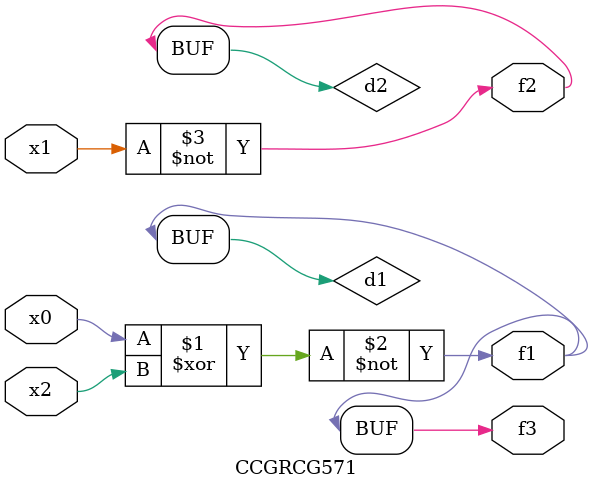
<source format=v>
module CCGRCG571(
	input x0, x1, x2,
	output f1, f2, f3
);

	wire d1, d2, d3;

	xnor (d1, x0, x2);
	nand (d2, x1);
	nor (d3, x1, x2);
	assign f1 = d1;
	assign f2 = d2;
	assign f3 = d1;
endmodule

</source>
